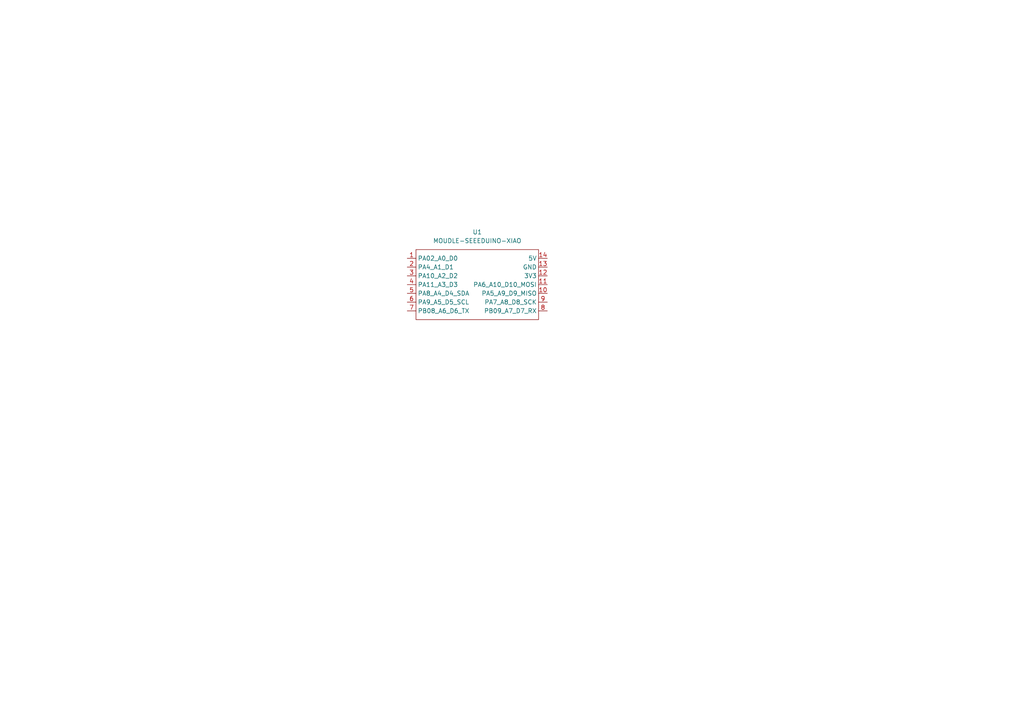
<source format=kicad_sch>
(kicad_sch (version 20231120) (generator "eeschema") (generator_version "8.0")
  (paper "A4")
  (lib_symbols
    (symbol "Seeed RP:MOUDLE-SEEEDUINO-XIAO"
      (property "Reference" "U" (at -16.51 11.43 0))
      (property "Value" "MOUDLE-SEEEDUINO-XIAO" (at -3.81 -11.43 0))
      (symbol "MOUDLE-SEEEDUINO-XIAO_0_1"
        (rectangle (start -16.51 10.16) (end 19.05 -10.16))
      )
      (symbol "MOUDLE-SEEEDUINO-XIAO_1_1"
        (pin passive line (at -19.05 7.62 0) (length 2.54) (name "PA02_A0_D0") (number "1"))
        (pin passive line (at 21.59 -2.54 180) (length 2.54) (name "PA5_A9_D9_MISO") (number "10"))
        (pin passive line (at 21.59 0 180) (length 2.54) (name "PA6_A10_D10_MOSI") (number "11"))
        (pin passive line (at 21.59 2.54 180) (length 2.54) (name "3V3") (number "12"))
        (pin passive line (at 21.59 5.08 180) (length 2.54) (name "GND") (number "13"))
        (pin passive line (at 21.59 7.62 180) (length 2.54) (name "5V") (number "14"))
        (pin passive line (at -19.05 5.08 0) (length 2.54) (name "PA4_A1_D1") (number "2"))
        (pin passive line (at -19.05 2.54 0) (length 2.54) (name "PA10_A2_D2") (number "3"))
        (pin passive line (at -19.05 0 0) (length 2.54) (name "PA11_A3_D3") (number "4"))
        (pin passive line (at -19.05 -2.54 0) (length 2.54) (name "PA8_A4_D4_SDA") (number "5"))
        (pin passive line (at -19.05 -5.08 0) (length 2.54) (name "PA9_A5_D5_SCL") (number "6"))
        (pin passive line (at -19.05 -7.62 0) (length 2.54) (name "PB08_A6_D6_TX") (number "7"))
        (pin passive line (at 21.59 -7.62 180) (length 2.54) (name "PB09_A7_D7_RX") (number "8"))
        (pin passive line (at 21.59 -5.08 180) (length 2.54) (name "PA7_A8_D8_SCK") (number "9"))
      )
    )
  )
  (symbol (lib_id "Seeed RP:MOUDLE-SEEEDUINO-XIAO") (at 137.16 82.55 0) (unit 1)
    (property "Reference" "U1" (at 138.43 67.31 0))
    (property "Value" "MOUDLE-SEEEDUINO-XIAO" (at 138.43 69.85 0))
  )
)
</source>
